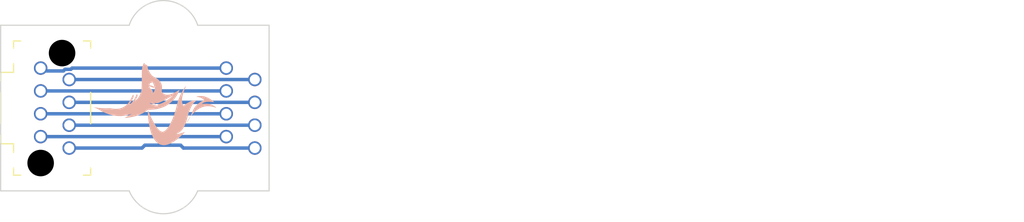
<source format=kicad_pcb>
(kicad_pcb (version 20211014) (generator pcbnew)
  (layers (0 "F.Cu" signal) (31 "B.Cu" signal) (34 "B.Paste" user) (35 "F.Paste" user) (36 "B.SilkS" user "B.Silkscreen") (37 "F.SilkS" user "F.Silkscreen") (38 "B.Mask" user) (39 "F.Mask" user) (44 "Edge.Cuts" user))
  (net 0 "")
  (net 1 "Net-(J1-Pad1)")
  (net 2 "Net-(J1-Pad2)")
  (net 3 "Net-(J1-Pad3)")
  (net 4 "Net-(J1-Pad4)")
  (net 5 "Net-(J1-Pad5)")
  (net 6 "Net-(J1-Pad6)")
  (net 7 "Net-(J1-Pad7)")
  (net 8 "Net-(J1-Pad8)")
  (footprint "Connector_RJ:RJ45_Metz_AJP92A8813_Plug_Vertical" (layer "F.Cu") (at 129.0955 98.552 90)
    (fp_text reference "J1" hide)
    (fp_text value "RJ45_Metz_AJP92A8813")
    (fp_line (start 5.969 2.54) (end 5.969 3.175) (layer "F.SilkS") (width 0.12))
    (fp_line (start 1.397 3.175) (end -1.397 3.175) (layer "F.SilkS") (width 0.12))
    (fp_line (start 2.413 -4.826) (end 3.175 -4.826) (layer "F.SilkS") (width 0.12))
    (fp_line (start -3.175 -3.683) (end -3.937 -3.683) (layer "F.SilkS") (width 0.12))
    (fp_line (start 5.334 -3.683) (end 5.969 -3.683) (layer "F.SilkS") (width 0.12))
    (fp_line (start -2.413 -4.826) (end -3.175 -4.826) (layer "F.SilkS") (width 0.12))
    (fp_line (start 1.397 -4.826) (end -1.397 -4.826) (layer "F.SilkS") (width 0.12))
    (fp_line (start 5.969 3.175) (end 5.334 3.175) (layer "F.SilkS") (width 0.12))
    (fp_line (start -3.175 -4.826) (end -3.175 -3.683) (layer "F.SilkS") (width 0.12))
    (fp_line (start 3.175 -4.826) (end 3.175 -3.683) (layer "F.SilkS") (width 0.12))
    (fp_line (start -5.969 2.54) (end -5.969 3.175) (layer "F.SilkS") (width 0.12))
    (fp_line (start -5.969 3.175) (end -5.334 3.175) (layer "F.SilkS") (width 0.12))
    (fp_line (start -5.969 -3.683) (end -5.969 -3.048) (layer "F.SilkS") (width 0.12))
    (fp_line (start 3.175 -3.683) (end 3.937 -3.683) (layer "F.SilkS") (width 0.12))
    (fp_line (start -5.334 -3.683) (end -5.969 -3.683) (layer "F.SilkS") (width 0.12))
    (fp_line (start 5.969 -3.683) (end 5.969 -3.048) (layer "F.SilkS") (width 0.12))
    (pad "" np_thru_hole circle (at -4.89 -1.27 90) (size 2.36 2.36) (drill 2.36) (layers *.Mask))
    (pad "" np_thru_hole circle (at 4.89 0.635 90) (size 2.36 2.36) (drill 2.36) (layers *.Mask))
    (pad "1" thru_hole circle (at -3.556 1.27 90) (size 1.2 1.2) (drill 0.9) (layers *.Cu *.Mask) (net 1 "Net-(J1-Pad1)"))
    (pad "2" thru_hole circle (at -2.54 -1.27 90) (size 1.2 1.2) (drill 0.9) (layers *.Cu *.Mask) (net 2 "Net-(J1-Pad2)"))
    (pad "3" thru_hole circle (at -1.524 1.27 90) (size 1.2 1.2) (drill 0.9) (layers *.Cu *.Mask) (net 3 "Net-(J1-Pad3)"))
    (pad "4" thru_hole circle (at -0.508 -1.27 90) (size 1.2 1.2) (drill 0.9) (layers *.Cu *.Mask) (net 4 "Net-(J1-Pad4)"))
    (pad "5" thru_hole circle (at 0.508 1.27 90) (size 1.2 1.2) (drill 0.9) (layers *.Cu *.Mask) (net 5 "Net-(J1-Pad5)"))
    (pad "6" thru_hole circle (at 1.524 -1.27 90) (size 1.2 1.2) (drill 0.9) (layers *.Cu *.Mask) (net 6 "Net-(J1-Pad6)"))
    (pad "7" thru_hole circle (at 2.54 1.27 90) (size 1.2 1.2) (drill 0.9) (layers *.Cu *.Mask) (net 7 "Net-(J1-Pad7)"))
    (pad "8" thru_hole circle (at 3.556 -1.27 90) (size 1.2 1.2) (drill 0.9) (layers *.Cu *.Mask) (net 8 "Net-(J1-Pad8)"))
  )
  (footprint "MountingHole:MountingHole_2.2mm_M2" (layer "F.Cu") (at 138.7475 92.202)
    (fp_text reference "H1" hide)
    (fp_text value "MountingHole")
    (pad "" np_thru_hole circle (at 0 0) (size 2.2 2.2) (drill 2.2) (layers *.Cu *.Mask))
  )
  (footprint "MountingHole:MountingHole_2.2mm_M2" (layer "F.Cu") (at 138.7475 104.648)
    (fp_text reference "H2" hide)
    (fp_text value "MountingHole")
    (pad "" np_thru_hole circle (at 0 0) (size 2.2 2.2) (drill 2.2) (layers *.Cu *.Mask))
  )
  (footprint "Connector_RJ:RJ45_Metz_AJP92A8813_Plug_Vertical" (layer "F.Cu") (at 145.6055 98.552 -90)
    (fp_text reference "J2" hide)
    (fp_text value "DNP")
    (pad "1" thru_hole circle (at -3.556 1.27 270) (size 1.2 1.2) (drill 0.9) (layers *.Cu *.Mask) (net 8 "Net-(J1-Pad8)"))
    (pad "2" thru_hole circle (at -2.54 -1.27 270) (size 1.2 1.2) (drill 0.9) (layers *.Cu *.Mask) (net 7 "Net-(J1-Pad7)"))
    (pad "3" thru_hole circle (at -1.524 1.27 270) (size 1.2 1.2) (drill 0.9) (layers *.Cu *.Mask) (net 6 "Net-(J1-Pad6)"))
    (pad "4" thru_hole circle (at -0.508 -1.27 270) (size 1.2 1.2) (drill 0.9) (layers *.Cu *.Mask) (net 5 "Net-(J1-Pad5)"))
    (pad "5" thru_hole circle (at 0.508 1.27 270) (size 1.2 1.2) (drill 0.9) (layers *.Cu *.Mask) (net 4 "Net-(J1-Pad4)"))
    (pad "6" thru_hole circle (at 1.524 -1.27 270) (size 1.2 1.2) (drill 0.9) (layers *.Cu *.Mask) (net 3 "Net-(J1-Pad3)"))
    (pad "7" thru_hole circle (at 2.54 1.27 270) (size 1.2 1.2) (drill 0.9) (layers *.Cu *.Mask) (net 2 "Net-(J1-Pad2)"))
    (pad "8" thru_hole circle (at 3.556 -1.27 270) (size 1.2 1.2) (drill 0.9) (layers *.Cu *.Mask) (net 1 "Net-(J1-Pad1)"))
  )
  (footprint "LOGO" (layer "B.Cu") (at 137.871545 103.684672 90)
    (fp_text reference "G***" hide)
    (fp_text value "LOGO" hide)
    (fp_poly (pts (xy 9.499343 -0.545202) (xy 9.496702 -0.556642) (xy 9.486515 -0.558031) (xy 9.470676 -0.55099) (xy 9.473686 -0.545202) (xy 9.496523 -0.542899)) (layer "B.SilkS") (width 0) (fill solid))
    (fp_poly (pts (xy 5.208282 -3.431566) (xy 5.210585 -3.454402) (xy 5.208282 -3.457222) (xy 5.196843 -3.454581) (xy 5.195454 -3.444394) (xy 5.202495 -3.428555)) (layer "B.SilkS") (width 0) (fill solid))
    (fp_poly (pts (xy 5.18904 -3.508536) (xy 5.191343 -3.531372) (xy 5.18904 -3.534192) (xy 5.1776 -3.531551) (xy 5.176212 -3.521364) (xy 5.183252 -3.505525)) (layer "B.SilkS") (width 0) (fill solid))
    (fp_poly (pts (xy 5.176212 -3.627197) (xy 5.16659 -3.636818) (xy 5.156969 -3.627197) (xy 5.16659 -3.617576)) (layer "B.SilkS") (width 0) (fill solid))
    (fp_poly (pts (xy 4.348788 3.253453) (xy 4.312566 3.226659) (xy 4.265991 3.195263) (xy 4.203482 3.15439) (xy 4.146851 3.117108) (xy 4.117878 3.097852) (xy 4.066602 3.065305) (xy 4.004562 3.028561) (xy 3.939523 2.99184) (xy 3.879247 2.959363) (xy 3.8315 2.935351) (xy 3.804045 2.924024) (xy 3.800752 2.925454) (xy 3.824338 2.947956) (xy 3.872664 2.983604) (xy 3.939153 3.028398) (xy 4.017225 3.078338) (xy 4.100301 3.129427) (xy 4.181803 3.177666) (xy 4.25515 3.219055) (xy 4.313764 3.249595) (xy 4.351066 3.265288) (xy 4.360645 3.265768)) (layer "B.SilkS") (width 0) (fill solid))
    (fp_poly (pts (xy 5.170077 5.56465) (xy 5.207382 5.526908) (xy 5.252302 5.474469) (xy 5.33567 5.355318) (xy 5.410605 5.212948) (xy 5.469724 5.06261) (xy 5.494834 4.973635) (xy 5.506274 4.902508) (xy 5.514044 4.808888) (xy 5.518166 4.702282) (xy 5.518658 4.592195) (xy 5.51554 4.488132) (xy 5.508832 4.399599) (xy 5.498554 4.336103) (xy 5.49348 4.319924) (xy 5.486169 4.297207) (xy 5.495852 4.299184) (xy 5.52756 4.326628) (xy 5.591089 4.408317) (xy 5.639826 4.522406) (xy 5.673009 4.66546) (xy 5.689875 4.834041) (xy 5.68966 5.024714) (xy 5.688349 5.050748) (xy 5.682313 5.147048) (xy 5.675635 5.234364) (xy 5.669162 5.302598) (xy 5.664128 5.339773) (xy 5.652807 5.3975) (xy 5.701471 5.349394) (xy 5.749869 5.294511) (xy 5.810277 5.215762) (xy 5.875984 5.122902) (xy 5.94028 5.025689) (xy 5.996454 4.93388) (xy 6.032324 4.868333) (xy 6.069384 4.787563) (xy 6.10936 4.68924) (xy 6.144426 4.592767) (xy 6.148764 4.579697) (xy 6.172314 4.502846) (xy 6.187848 4.436095) (xy 6.196984 4.367289) (xy 6.201339 4.284272) (xy 6.20253 4.175606) (xy 6.200856 4.054163) (xy 6.195034 3.964007) (xy 6.184385 3.898099) (xy 6.171938 3.858106) (xy 6.153302 3.818263) (xy 6.141212 3.80485) (xy 6.139017 3.81) (xy 6.127708 3.898545) (xy 6.106876 4.002477) (xy 6.080186 4.106798) (xy 6.051301 4.196509) (xy 6.03497 4.235969) (xy 6.002997 4.295083) (xy 5.963226 4.356899) (xy 5.9215 4.413816) (xy 5.883661 4.458233) (xy 5.855551 4.482547) (xy 5.844746 4.483485) (xy 5.832526 4.463153) (xy 5.807247 4.416868) (xy 5.7734 4.352928) (xy 5.756218 4.319924) (xy 5.640774 4.126938) (xy 5.501897 3.94461) (xy 5.346885 3.781179) (xy 5.183034 3.644884) (xy 5.12076 3.602425) (xy 5.080678 3.580492) (xy 5.015061 3.548677) (xy 4.93075 3.509915) (xy 4.83459 3.467141) (xy 4.733423 3.423292) (xy 4.634094 3.381302) (xy 4.543445 3.344109) (xy 4.46832 3.314647) (xy 4.415562 3.295851) (xy 4.39352 3.290454) (xy 4.404217 3.30189) (xy 4.43907 3.332977) (xy 4.492543 3.378882) (xy 4.554913 3.43129) (xy 4.769794 3.6318) (xy 4.950097 3.846305) (xy 5.095132 4.073777) (xy 5.204207 4.313188) (xy 5.255269 4.473863) (xy 5.291736 4.675647) (xy 5.30009 4.891938) (xy 5.281167 5.111883) (xy 5.235801 5.324631) (xy 5.176919 5.492061) (xy 5.155782 5.547007) (xy 5.153189 5.571277)) (layer "B.SilkS") (width 0) (fill solid))
    (fp_poly (pts (xy 5.794011 3.697981) (xy 5.810342 3.623739) (xy 5.80993 3.544048) (xy 5.791395 3.453085) (xy 5.753358 3.345025) (xy 5.69444 3.214043) (xy 5.665639 3.155757) (xy 5.595821 3.023113) (xy 5.534097 2.919733) (xy 5.475954 2.838525) (xy 5.430791 2.786645) (xy 5.326782 2.677306) (xy 5.405445 2.627649) (xy 5.538919 2.565552) (xy 5.697584 2.531234) (xy 5.880158 2.524538) (xy 6.085359 2.545311) (xy 6.311905 2.593398) (xy 6.558514 2.668644) (xy 6.823904 2.770893) (xy 6.913754 2.809809) (xy 6.991687 2.843125) (xy 7.052515 2.866573) (xy 7.090402 2.878099) (xy 7.099513 2.875648) (xy 7.099062 2.875065) (xy 7.062845 2.842213) (xy 6.9987 2.794929) (xy 6.912639 2.736927) (xy 6.810675 2.67192) (xy 6.698819 2.60362) (xy 6.583084 2.535741) (xy 6.46948 2.471994) (xy 6.364021 2.416094) (xy 6.321136 2.39464) (xy 6.009786 2.256007) (xy 5.705035 2.1473) (xy 5.412052 2.070309) (xy 5.344893 2.056904) (xy 5.228299 2.031571) (xy 5.084921 1.994842) (xy 4.923769 1.94945) (xy 4.753854 1.89813) (xy 4.584188 1.843617) (xy 4.423782 1.788647) (xy 4.281647 1.735953) (xy 4.262196 1.728311) (xy 4.000244 1.616982) (xy 3.763205 1.500958) (xy 3.554159 1.382043) (xy 3.376183 1.26204) (xy 3.232353 1.14275) (xy 3.188746 1.099511) (xy 3.097494 0.9917) (xy 3.041285 0.893235) (xy 3.020193 0.7995) (xy 3.034289 0.705875) (xy 3.083644 0.607743) (xy 3.16833 0.500485) (xy 3.198546 0.468018) (xy 3.308743 0.366806) (xy 3.452055 0.257681) (xy 3.624501 0.142978) (xy 3.822099 0.02503) (xy 4.040868 -0.093827) (xy 4.276829 -0.211259) (xy 4.526 -0.324931) (xy 4.618181 -0.364488) (xy 4.716911 -0.40622) (xy 4.805418 -0.44376) (xy 4.876568 -0.474071) (xy 4.923222 -0.494115) (xy 4.935681 -0.499586) (xy 4.938206 -0.507639) (xy 4.906296 -0.512758) (xy 4.843899 -0.514866) (xy 4.754958 -0.513889) (xy 4.643419 -0.509749) (xy 4.579696 -0.506429) (xy 4.463008 -0.497897) (xy 4.320085 -0.484499) (xy 4.162675 -0.467594) (xy 4.002521 -0.448537) (xy 3.851368 -0.428686) (xy 3.720963 -0.409397) (xy 3.677855 -0.402249) (xy 3.336245 -0.333133) (xy 3.029132 -0.249632) (xy 2.755125 -0.151259) (xy 2.512831 -0.037526) (xy 2.33679 0.06757) (xy 2.163195 0.201333) (xy 2.026072 0.347278) (xy 1.925417 0.50531) (xy 1.861227 0.675337) (xy 1.833501 0.857263) (xy 1.842233 1.050994) (xy 1.887423 1.256437) (xy 1.969067 1.473497) (xy 2.087161 1.70208) (xy 2.241704 1.942092) (xy 2.401826 2.155151) (xy 2.452559 2.21629) (xy 2.516822 2.290091) (xy 2.590261 2.371948) (xy 2.668525 2.457253) (xy 2.747259 2.5414) (xy 2.82211 2.61978) (xy 2.888726 2.687788) (xy 2.942754 2.740816) (xy 2.97984 2.774258) (xy 2.995582 2.783558) (xy 2.993031 2.763618) (xy 2.980915 2.714976) (xy 2.961339 2.645603) (xy 2.943502 2.586305) (xy 2.892167 2.414943) (xy 2.853618 2.275968) (xy 2.827903 2.1699) (xy 2.815073 2.097265) (xy 2.815175 2.058585) (xy 2.828259 2.054383) (xy 2.854374 2.085182) (xy 2.893569 2.151507) (xy 2.904756 2.172443) (xy 2.9951 2.318287) (xy 3.10611 2.44961) (xy 3.240403 2.568) (xy 3.400596 2.675042) (xy 3.589306 2.772323) (xy 3.809152 2.86143) (xy 4.062749 2.94395) (xy 4.272214 3.00133) (xy 4.460616 3.050868) (xy 4.619437 3.095933) (xy 4.756875 3.139391) (xy 4.881128 3.184104) (xy 5.000394 3.232936) (xy 5.122872 3.28875) (xy 5.19495 3.323648) (xy 5.302153 3.377525) (xy 5.383691 3.422177) (xy 5.449046 3.464054) (xy 5.507701 3.509605) (xy 5.569141 3.565278) (xy 5.613096 3.608009) (xy 5.771973 3.764755)) (layer "B.SilkS") (width 0) (fill solid))
    (fp_poly (pts (xy 6.440175 -2.321521) (xy 6.43659 -2.328334) (xy 6.41846 -2.34671) (xy 6.415077 -2.347576) (xy 6.413764 -2.335146) (xy 6.417348 -2.328334) (xy 6.435478 -2.309957) (xy 6.438862 -2.309091)) (layer "B.SilkS") (width 0) (fill solid))
    (fp_poly (pts (xy 6.742971 2.294163) (xy 6.742595 2.275819) (xy 6.723068 2.239287) (xy 6.687532 2.184186) (xy 6.678525 2.170517) (xy 6.575456 2.001008) (xy 6.485712 1.827384) (xy 6.411874 1.656241) (xy 6.356521 1.494176) (xy 6.322234 1.347785) (xy 6.311515 1.232421) (xy 6.326826 1.079808) (xy 6.372229 0.94918) (xy 6.446926 0.842114) (xy 6.550118 0.760188) (xy 6.550561 0.759928) (xy 6.606113 0.730704) (xy 6.649373 0.720522) (xy 6.699335 0.72601) (xy 6.71828 0.730165) (xy 6.82011 0.744936) (xy 6.939735 0.749161) (xy 7.060741 0.743206) (xy 7.166718 0.727439) (xy 7.197984 0.719445) (xy 7.334828 0.669643) (xy 7.453524 0.604132) (xy 7.566717 0.51512) (xy 7.63338 0.451123) (xy 7.70601 0.373203) (xy 7.763372 0.29949) (xy 7.814728 0.216601) (xy 7.86934 0.111154) (xy 7.870958 0.107847) (xy 7.929184 -0.004049) (xy 7.985031 -0.090941) (xy 8.04733 -0.162664) (xy 8.124916 -0.229057) (xy 8.226623 -0.299955) (xy 8.251897 -0.316353) (xy 8.455187 -0.429463) (xy 8.65927 -0.506702) (xy 8.865946 -0.5498) (xy 8.925126 -0.559427) (xy 8.955339 -0.571971) (xy 8.966012 -0.59301) (xy 8.966969 -0.609571) (xy 8.9834 -0.684936) (xy 9.026631 -0.750115) (xy 9.081516 -0.788564) (xy 9.121756 -0.812801) (xy 9.140048 -0.838764) (xy 9.140151 -0.840445) (xy 9.122346 -0.866049) (xy 9.073066 -0.896855) (xy 8.998516 -0.930232) (xy 8.904901 -0.963547) (xy 8.798426 -0.994168) (xy 8.750131 -1.005875) (xy 8.705031 -1.015695) (xy 8.660824 -1.02382) (xy 8.613391 -1.030424) (xy 8.558613 -1.03568) (xy 8.49237 -1.039762) (xy 8.410543 -1.042843) (xy 8.309012 -1.045097) (xy 8.183658 -1.046697) (xy 8.030362 -1.047817) (xy 7.845004 -1.04863) (xy 7.725833 -1.049015) (xy 7.502341 -1.049914) (xy 7.313058 -1.05143) (xy 7.153708 -1.053969) (xy 7.020014 -1.057937) (xy 6.907701 -1.063739) (xy 6.812492 -1.071781) (xy 6.730113 -1.082469) (xy 6.656288 -1.096208) (xy 6.586739 -1.113404) (xy 6.517192 -1.134463) (xy 6.443371 -1.15979) (xy 6.40246 -1.174568) (xy 6.262839 -1.231117) (xy 6.146343 -1.292226) (xy 6.037786 -1.366155) (xy 6.008455 -1.38892) (xy 5.961222 -1.431759) (xy 5.908009 -1.488082) (xy 5.855707 -1.549468) (xy 5.811203 -1.607495) (xy 5.781386 -1.653743) (xy 5.772727 -1.67708) (xy 5.786176 -1.674936) (xy 5.82173 -1.652477) (xy 5.872202 -1.614346) (xy 5.881729 -1.606655) (xy 6.006326 -1.516527) (xy 6.119138 -1.458171) (xy 6.218235 -1.432312) (xy 6.301685 -1.439677) (xy 6.313845 -1.444147) (xy 6.358173 -1.469184) (xy 6.36416 -1.492461) (xy 6.331749 -1.51511) (xy 6.309916 -1.523592) (xy 6.241547 -1.551175) (xy 6.1517 -1.592519) (xy 6.051989 -1.64174) (xy 5.954032 -1.692955) (xy 5.869441 -1.740281) (xy 5.814609 -1.774498) (xy 5.631912 -1.923128) (xy 5.469992 -2.103257) (xy 5.468088 -2.105726) (xy 5.431614 -2.15344) (xy 5.410301 -2.183939) (xy 5.406951 -2.196369) (xy 5.424366 -2.189874) (xy 5.465346 -2.163599) (xy 5.532694 -2.116687) (xy 5.608809 -2.062753) (xy 5.756991 -1.964332) (xy 5.896177 -1.884926) (xy 6.022587 -1.826072) (xy 6.132442 -1.78931) (xy 6.221961 -1.776179) (xy 6.285488 -1.787337) (xy 6.318814 -1.809986) (xy 6.318442 -1.8288) (xy 6.295229 -1.843585) (xy 6.244281 -1.871431) (xy 6.172529 -1.908685) (xy 6.086904 -1.951691) (xy 6.063146 -1.963403) (xy 5.915776 -2.03775) (xy 5.796715 -2.102787) (xy 5.698401 -2.163149) (xy 5.613273 -2.223474) (xy 5.535183 -2.287172) (xy 5.372119 -2.452221) (xy 5.242283 -2.635469) (xy 5.146638 -2.835294) (xy 5.088149 -3.03987) (xy 5.072068 -3.157869) (xy 5.064942 -3.296602) (xy 5.066481 -3.442745) (xy 5.076394 -3.58297) (xy 5.094392 -3.703952) (xy 5.103436 -3.742652) (xy 5.116686 -3.815917) (xy 5.121005 -3.90805) (xy 5.116768 -4.028005) (xy 5.115952 -4.040909) (xy 5.111333 -4.182851) (xy 5.113363 -4.352346) (xy 5.121465 -4.539147) (xy 5.135062 -4.733005) (xy 5.153579 -4.923674) (xy 5.175027 -5.091326) (xy 5.188278 -5.183965) (xy 5.198812 -5.261483) (xy 5.205693 -5.316693) (xy 5.207987 -5.342406) (xy 5.207825 -5.343366) (xy 5.200447 -5.328277) (xy 5.183851 -5.284949) (xy 5.161139 -5.221604) (xy 5.152339 -5.196283) (xy 5.118555 -5.112288) (xy 5.071148 -5.012272) (xy 5.017915 -4.912185) (xy 4.990621 -4.865568) (xy 4.812725 -4.545402) (xy 4.666667 -4.221845) (xy 4.553241 -3.897826) (xy 4.47324 -3.576278) (xy 4.427461 -3.260131) (xy 4.416698 -2.952315) (xy 4.426287 -2.784394) (xy 4.45372 -2.574165) (xy 4.495808 -2.367794) (xy 4.549583 -2.178421) (xy 4.585393 -2.080468) (xy 4.608721 -2.020983) (xy 4.623987 -1.978652) (xy 4.627882 -1.962727) (xy 4.616913 -1.978413) (xy 4.58953 -2.021987) (xy 4.548937 -2.088228) (xy 4.498334 -2.171914) (xy 4.445 -2.260985) (xy 4.387757 -2.356272) (xy 4.33725 -2.438963) (xy 4.296743 -2.503828) (xy 4.269498 -2.545636) (xy 4.258925 -2.559243) (xy 4.255946 -2.540937) (xy 4.258468 -2.488849) (xy 4.266073 -2.407225) (xy 4.278343 -2.30031) (xy 4.294859 -2.17235) (xy 4.302499 -2.116667) (xy 4.358938 -1.807686) (xy 4.439522 -1.51117) (xy 4.542249 -1.23215) (xy 4.665119 -0.975659) (xy 4.806131 -0.746728) (xy 4.893091 -0.63144) (xy 4.977633 -0.527645) (xy 4.989383 -0.23977) (xy 5.008135 0.030594) (xy 5.042109 0.27598) (xy 5.053299 0.326909) (xy 5.35661 0.326909) (xy 5.361951 0.244025) (xy 5.378381 0.143663) (xy 5.403948 0.034806) (xy 5.436702 -0.073561) (xy 5.474691 -0.172456) (xy 5.493918 -0.213344) (xy 5.524081 -0.265988) (xy 5.555456 -0.31052) (xy 5.580938 -0.337706) (xy 5.592115 -0.340966) (xy 5.588815 -0.321547) (xy 5.574874 -0.275605) (xy 5.5532 -0.212636) (xy 5.550525 -0.205232) (xy 5.520567 -0.117299) (xy 5.508971 -0.079115) (xy 6.43659 -0.079115) (xy 6.525457 -0.066616) (xy 6.623797 -0.068265) (xy 6.70421 -0.103856) (xy 6.767863 -0.173919) (xy 6.770127 -0.177526) (xy 6.841048 -0.268909) (xy 6.922107 -0.334383) (xy 6.985 -0.362356) (xy 7.054138 -0.379404) (xy 7.091314 -0.382023) (xy 7.100454 -0.373452) (xy 7.089717 -0.351929) (xy 7.063697 -0.315338) (xy 7.061923 -0.31307) (xy 7.035934 -0.267694) (xy 7.006623 -0.198601) (xy 6.978798 -0.119675) (xy 6.957269 -0.044801) (xy 6.946844 0.012139) (xy 6.946515 0.020134) (xy 6.956884 0.059967) (xy 6.983784 0.068234) (xy 7.020908 0.044342) (xy 7.035009 0.028448) (xy 7.065706 -0.022067) (xy 7.096789 -0.092475) (xy 7.124395 -0.171003) (xy 7.144665 -0.245875) (xy 7.153737 -0.305317) (xy 7.15216 -0.328825) (xy 7.14856 -0.352971) (xy 7.160472 -0.362777) (xy 7.196607 -0.361276) (xy 7.231621 -0.356488) (xy 7.290917 -0.343689) (xy 7.335858 -0.326611) (xy 7.346807 -0.319121) (xy 7.360441 -0.293686) (xy 7.378222 -0.245477) (xy 7.396655 -0.186448) (xy 7.412242 -0.128557) (xy 7.421487 -0.083759) (xy 7.42132 -0.064319) (xy 7.39973 -0.054072) (xy 7.350251 -0.034822) (xy 7.281546 -0.009613) (xy 7.202277 0.018512) (xy 7.121107 0.046511) (xy 7.046699 0.07134) (xy 6.987715 0.089956) (xy 6.960095 0.097698) (xy 6.827055 0.111398) (xy 6.69584 0.087391) (xy 6.569255 0.026446) (xy 6.494318 -0.029565) (xy 6.43659 -0.079115) (xy 5.508971 -0.079115) (xy 5.493392 -0.027816) (xy 5.471038 0.055219) (xy 5.455543 0.123812) (xy 5.448944 0.169968) (xy 5.451044 0.185035) (xy 5.468866 0.178315) (xy 5.503515 0.14987) (xy 5.532018 0.121803) (xy 5.602525 0.048106) (xy 5.590611 0.105833) (xy 5.572231 0.209369) (xy 5.566854 0.291043) (xy 5.575232 0.365477) (xy 5.59812 0.447293) (xy 5.609945 0.48106) (xy 5.658545 0.602726) (xy 5.724304 0.745925) (xy 5.808408 0.912995) (xy 5.912045 1.106275) (xy 6.036403 1.328102) (xy 6.069238 1.385454) (xy 6.273771 1.741439) (xy 6.15791 1.616363) (xy 5.976653 1.406) (xy 5.818098 1.191842) (xy 5.684921 0.978391) (xy 5.579795 0.770148) (xy 5.505396 0.571616) (xy 5.480158 0.475607) (xy 5.465411 0.410641) (xy 5.454618 0.377353) (xy 5.443048 0.369928) (xy 5.425974 0.382554) (xy 5.414086 0.394377) (xy 5.388127 0.416048) (xy 5.373591 0.406085) (xy 5.364309 0.383332) (xy 5.35661 0.326909) (xy 5.053299 0.326909) (xy 5.092963 0.507424) (xy 5.112186 0.577273) (xy 5.216372 0.870704) (xy 5.354004 1.146994) (xy 5.522929 1.403617) (xy 5.720991 1.638044) (xy 5.946035 1.847749) (xy 6.195904 2.030202) (xy 6.468445 2.182877) (xy 6.490107 2.193231) (xy 6.597764 2.243853) (xy 6.673698 2.277801) (xy 6.721053 2.294698)) (layer "B.SilkS") (width 0) (fill solid))
    (fp_poly (pts (xy 7.836477 -1.430438) (xy 7.838894 -1.437461) (xy 7.812424 -1.440144) (xy 7.785107 -1.43712) (xy 7.788371 -1.430438) (xy 7.827767 -1.427897)) (layer "B.SilkS") (width 0) (fill solid))
    (fp_poly (pts (xy 5.150555 -3.739445) (xy 5.152858 -3.762281) (xy 5.150555 -3.765101) (xy 5.139115 -3.76246) (xy 5.137727 -3.752273) (xy 5.144767 -3.736434)) (layer "B.SilkS") (width 0) (fill solid))
  )
  (gr_line (start 124.2695 91.186) (end 135.6995 91.186) (layer "Edge.Cuts") (width 0.1))
  (gr_line (start 124.2695 105.918) (end 135.6995 105.918) (layer "Edge.Cuts") (width 0.1))
  (gr_line (start 148.1455 91.186) (end 148.1455 105.918) (layer "Edge.Cuts") (width 0.1))
  (gr_arc (start 141.7955 105.918) (mid 138.7475 107.950763) (end 135.6995 105.918) (layer "Edge.Cuts") (width 0.1))
  (gr_line (start 148.1455 105.918) (end 141.7955 105.918) (layer "Edge.Cuts") (width 0.1))
  (gr_arc (start 135.6995 91.186) (mid 138.7475 88.989734) (end 141.7955 91.186) (layer "Edge.Cuts") (width 0.1))
  (gr_line (start 124.2695 105.918) (end 124.2695 91.186) (layer "Edge.Cuts") (width 0.1))
  (gr_line (start 148.1455 91.186) (end 141.7955 91.186) (layer "Edge.Cuts") (width 0.1))
  (segment (start 140.2715 101.854) (end 140.5255 102.108) (width 0.3048) (layer "B.Cu") (net 1))
  (segment (start 140.5255 102.108) (end 146.8755 102.108) (width 0.3048) (layer "B.Cu") (net 1))
  (segment (start 136.8425 102.108) (end 137.0965 101.854) (width 0.3048) (layer "B.Cu") (net 1))
  (segment (start 130.3655 102.108) (end 136.8425 102.108) (width 0.3048) (layer "B.Cu") (net 1))
  (segment (start 137.0965 101.854) (end 140.2715 101.854) (width 0.3048) (layer "B.Cu") (net 1))
  (segment (start 144.3355 101.092) (end 127.8255 101.092) (width 0.3048) (layer "B.Cu") (net 2))
  (segment (start 130.3655 100.076) (end 146.8755 100.076) (width 0.3048) (layer "B.Cu") (net 3))
  (segment (start 144.3355 99.06) (end 127.8255 99.06) (width 0.3048) (layer "B.Cu") (net 4))
  (segment (start 130.3655 98.044) (end 146.8755 98.044) (width 0.3048) (layer "B.Cu") (net 5))
  (segment (start 127.8255 97.028) (end 144.3355 97.028) (width 0.3048) (layer "B.Cu") (net 6))
  (segment (start 130.3655 96.012) (end 146.8755 96.012) (width 0.3048) (layer "B.Cu") (net 7))
  (segment (start 130.507811 95.107689) (end 130.6195 94.996) (width 0.3048) (layer "B.Cu") (net 8))
  (segment (start 130.6195 94.996) (end 144.3355 94.996) (width 0.3048) (layer "B.Cu") (net 8))
  (segment (start 129.990921 95.107689) (end 130.507811 95.107689) (width 0.3048) (layer "B.Cu") (net 8))
  (segment (start 127.8255 94.996) (end 128.0795 95.25) (width 0.3048) (layer "B.Cu") (net 8))
  (segment (start 129.84861 95.25) (end 129.990921 95.107689) (width 0.3048) (layer "B.Cu") (net 8))
  (segment (start 128.0795 95.25) (end 129.84861 95.25) (width 0.3048) (layer "B.Cu") (net 8))
)
</source>
